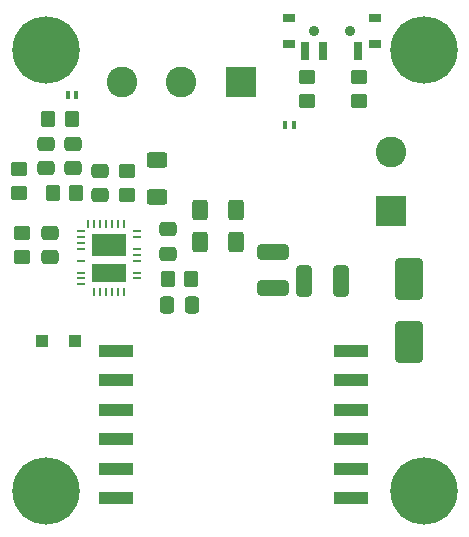
<source format=gbr>
%TF.GenerationSoftware,KiCad,Pcbnew,8.0.3-8.0.3-0~ubuntu22.04.1*%
%TF.CreationDate,2024-06-24T08:31:55-07:00*%
%TF.ProjectId,converter,636f6e76-6572-4746-9572-2e6b69636164,0.1*%
%TF.SameCoordinates,Original*%
%TF.FileFunction,Soldermask,Top*%
%TF.FilePolarity,Negative*%
%FSLAX46Y46*%
G04 Gerber Fmt 4.6, Leading zero omitted, Abs format (unit mm)*
G04 Created by KiCad (PCBNEW 8.0.3-8.0.3-0~ubuntu22.04.1) date 2024-06-24 08:31:55*
%MOMM*%
%LPD*%
G01*
G04 APERTURE LIST*
G04 Aperture macros list*
%AMRoundRect*
0 Rectangle with rounded corners*
0 $1 Rounding radius*
0 $2 $3 $4 $5 $6 $7 $8 $9 X,Y pos of 4 corners*
0 Add a 4 corners polygon primitive as box body*
4,1,4,$2,$3,$4,$5,$6,$7,$8,$9,$2,$3,0*
0 Add four circle primitives for the rounded corners*
1,1,$1+$1,$2,$3*
1,1,$1+$1,$4,$5*
1,1,$1+$1,$6,$7*
1,1,$1+$1,$8,$9*
0 Add four rect primitives between the rounded corners*
20,1,$1+$1,$2,$3,$4,$5,0*
20,1,$1+$1,$4,$5,$6,$7,0*
20,1,$1+$1,$6,$7,$8,$9,0*
20,1,$1+$1,$8,$9,$2,$3,0*%
G04 Aperture macros list end*
%ADD10RoundRect,0.250000X-0.400000X-0.625000X0.400000X-0.625000X0.400000X0.625000X-0.400000X0.625000X0*%
%ADD11RoundRect,0.250000X-0.625000X0.400000X-0.625000X-0.400000X0.625000X-0.400000X0.625000X0.400000X0*%
%ADD12RoundRect,0.250000X-0.475000X0.337500X-0.475000X-0.337500X0.475000X-0.337500X0.475000X0.337500X0*%
%ADD13R,2.600000X2.600000*%
%ADD14C,2.600000*%
%ADD15R,0.700000X0.250000*%
%ADD16R,0.250000X0.700000*%
%ADD17R,3.000000X1.880000*%
%ADD18R,3.000000X1.530000*%
%ADD19RoundRect,0.250000X0.475000X-0.337500X0.475000X0.337500X-0.475000X0.337500X-0.475000X-0.337500X0*%
%ADD20RoundRect,0.250000X0.350000X0.450000X-0.350000X0.450000X-0.350000X-0.450000X0.350000X-0.450000X0*%
%ADD21RoundRect,0.050000X0.150000X0.300000X-0.150000X0.300000X-0.150000X-0.300000X0.150000X-0.300000X0*%
%ADD22RoundRect,0.250000X-0.900000X1.500000X-0.900000X-1.500000X0.900000X-1.500000X0.900000X1.500000X0*%
%ADD23RoundRect,0.250000X-0.300000X-0.300000X0.300000X-0.300000X0.300000X0.300000X-0.300000X0.300000X0*%
%ADD24C,3.600000*%
%ADD25C,5.700000*%
%ADD26RoundRect,0.250000X-0.450000X0.350000X-0.450000X-0.350000X0.450000X-0.350000X0.450000X0.350000X0*%
%ADD27RoundRect,0.050000X-0.150000X-0.300000X0.150000X-0.300000X0.150000X0.300000X-0.150000X0.300000X0*%
%ADD28RoundRect,0.250000X0.337500X0.475000X-0.337500X0.475000X-0.337500X-0.475000X0.337500X-0.475000X0*%
%ADD29RoundRect,0.250000X0.450000X-0.350000X0.450000X0.350000X-0.450000X0.350000X-0.450000X-0.350000X0*%
%ADD30R,2.950000X1.000000*%
%ADD31R,1.000000X0.800000*%
%ADD32C,0.900000*%
%ADD33R,0.700000X1.500000*%
%ADD34RoundRect,0.250000X0.400000X1.075000X-0.400000X1.075000X-0.400000X-1.075000X0.400000X-1.075000X0*%
%ADD35RoundRect,0.250000X-0.350000X-0.450000X0.350000X-0.450000X0.350000X0.450000X-0.350000X0.450000X0*%
%ADD36RoundRect,0.250000X1.075000X-0.400000X1.075000X0.400000X-1.075000X0.400000X-1.075000X-0.400000X0*%
G04 APERTURE END LIST*
D10*
%TO.C,C1*%
X99337000Y-66802000D03*
X102437000Y-66802000D03*
%TD*%
D11*
%TO.C,R8*%
X95758000Y-59918000D03*
X95758000Y-63018000D03*
%TD*%
D12*
%TO.C,C5*%
X86360000Y-58525500D03*
X86360000Y-60600500D03*
%TD*%
D13*
%TO.C,J2*%
X115570000Y-64222000D03*
D14*
X115570000Y-59222000D03*
%TD*%
D15*
%TO.C,U1*%
X89266000Y-65928000D03*
X89266000Y-66428000D03*
X89266000Y-66928000D03*
X89266000Y-67428000D03*
X89266000Y-68428000D03*
X89266000Y-69428000D03*
X89266000Y-69928000D03*
X89266000Y-70428000D03*
D16*
X90416000Y-71078000D03*
X90916000Y-71078000D03*
X91416000Y-71078000D03*
X91916000Y-71078000D03*
X92416000Y-71078000D03*
X92916000Y-71078000D03*
D15*
X94066000Y-69928000D03*
X94066000Y-69428000D03*
X94066000Y-68428000D03*
X94066000Y-67928000D03*
X94066000Y-67428000D03*
X94066000Y-66428000D03*
X94066000Y-65928000D03*
D16*
X92916000Y-65278000D03*
X92416000Y-65278000D03*
X91916000Y-65278000D03*
X91416000Y-65278000D03*
X90916000Y-65278000D03*
X90416000Y-65278000D03*
X89916000Y-65278000D03*
D17*
X91666000Y-67118000D03*
D18*
X91666000Y-69423000D03*
%TD*%
D19*
%TO.C,C3*%
X90932000Y-62865000D03*
X90932000Y-60790000D03*
%TD*%
D20*
%TO.C,R4*%
X88884000Y-62716500D03*
X86884000Y-62716500D03*
%TD*%
D21*
%TO.C,D2*%
X88869000Y-54356000D03*
X88169000Y-54356000D03*
%TD*%
D22*
%TO.C,D4*%
X117094000Y-69944000D03*
X117094000Y-75344000D03*
%TD*%
D12*
%TO.C,C7*%
X96672400Y-65764500D03*
X96672400Y-67839500D03*
%TD*%
D23*
%TO.C,D3*%
X85976000Y-75184000D03*
X88776000Y-75184000D03*
%TD*%
D24*
%TO.C,H3*%
X86360000Y-50546000D03*
D25*
X86360000Y-50546000D03*
%TD*%
D26*
%TO.C,R2*%
X112814000Y-52864000D03*
X112814000Y-54864000D03*
%TD*%
D27*
%TO.C,D1*%
X106584000Y-56896000D03*
X107284000Y-56896000D03*
%TD*%
D20*
%TO.C,R6*%
X88503000Y-56388000D03*
X86503000Y-56388000D03*
%TD*%
D12*
%TO.C,C8*%
X86692000Y-66040000D03*
X86692000Y-68115000D03*
%TD*%
D28*
%TO.C,C6*%
X98651500Y-72136000D03*
X96576500Y-72136000D03*
%TD*%
D24*
%TO.C,H2*%
X118364000Y-87884000D03*
D25*
X118364000Y-87884000D03*
%TD*%
D29*
%TO.C,R9*%
X93218000Y-62849000D03*
X93218000Y-60849000D03*
%TD*%
D26*
%TO.C,R1*%
X108458000Y-52873400D03*
X108458000Y-54873400D03*
%TD*%
D29*
%TO.C,R7*%
X84328000Y-68077500D03*
X84328000Y-66077500D03*
%TD*%
D30*
%TO.C,TR1*%
X92219000Y-76046000D03*
X92219000Y-78546000D03*
X92219000Y-81046000D03*
X92219000Y-83546000D03*
X92219000Y-86046000D03*
X92219000Y-88546000D03*
X112169000Y-88546000D03*
X112169000Y-86046000D03*
X112169000Y-83546000D03*
X112169000Y-81046000D03*
X112169000Y-78546000D03*
X112169000Y-76046000D03*
%TD*%
D31*
%TO.C,SW1*%
X114176000Y-50056000D03*
X114176000Y-47846000D03*
D32*
X112026000Y-48946000D03*
X109026000Y-48946000D03*
D31*
X106876000Y-50056000D03*
X106876000Y-47846000D03*
D33*
X112776000Y-50706000D03*
X109776000Y-50706000D03*
X108276000Y-50706000D03*
%TD*%
D10*
%TO.C,C2*%
X99337000Y-64135000D03*
X102437000Y-64135000D03*
%TD*%
D12*
%TO.C,C4*%
X88646000Y-58525500D03*
X88646000Y-60600500D03*
%TD*%
D13*
%TO.C,J1*%
X102790000Y-53289000D03*
D14*
X97790000Y-53289000D03*
X92790000Y-53289000D03*
%TD*%
D34*
%TO.C,C9*%
X111278000Y-70104000D03*
X108178000Y-70104000D03*
%TD*%
D35*
%TO.C,R5*%
X96614000Y-69977000D03*
X98614000Y-69977000D03*
%TD*%
D24*
%TO.C,H4*%
X118364000Y-50546000D03*
D25*
X118364000Y-50546000D03*
%TD*%
D36*
%TO.C,C10*%
X105537000Y-70765000D03*
X105537000Y-67665000D03*
%TD*%
D26*
%TO.C,R3*%
X84074000Y-60700500D03*
X84074000Y-62700500D03*
%TD*%
D24*
%TO.C,H1*%
X86360000Y-87884000D03*
D25*
X86360000Y-87884000D03*
%TD*%
M02*

</source>
